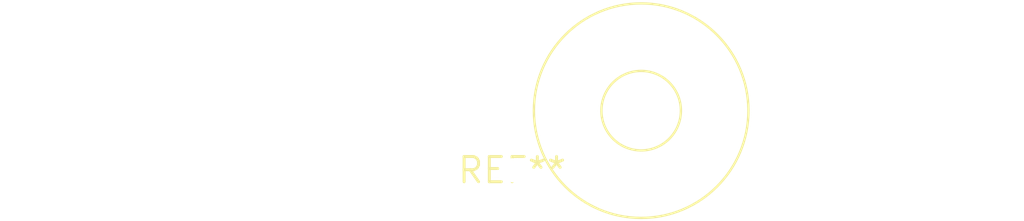
<source format=kicad_pcb>
(kicad_pcb (version 20240108) (generator pcbnew)
  (layers (0 "F.Cu" signal) (31 "B.Cu" signal) (34 "B.Paste" user) (35 "F.Paste" user) (36 "B.SilkS" user "B.Silkscreen") (37 "F.SilkS" user "F.Silkscreen") (38 "B.Mask" user) (39 "F.Mask" user) (44 "Edge.Cuts" user))
  (net 0 "")
  (footprint "Transformer_Toroid_Horizontal_D10.5mm_Amidon-T37" (layer "F.Cu") (at 0 0)
    (property "Reference" "REF**")
    (property "Value" "Transformer_Toroid_Horizontal_D10.5mm_Amidon-T37")
    (fp_circle (center 6.5 -3) (end 8.5 -2.9) (layer "F.SilkS") (stroke (width 0.12)) (fill none))
    (fp_circle (center 6.5 -3) (end 11.9 -2.8) (layer "F.SilkS") (stroke (width 0.12)) (fill none))
    (pad "1" thru_hole circle (at 0 0) (size 3 3) (drill 1.2) (layers *.Cu *.Mask) (remove_unused_layers))
    (pad "2" thru_hole circle (at 13 0) (size 3 3) (drill 1.2) (layers *.Cu *.Mask) (remove_unused_layers))
    (pad "3" thru_hole circle (at 0 -6) (size 3 3) (drill 1.2) (layers *.Cu *.Mask) (remove_unused_layers))
    (pad "4" thru_hole circle (at 13 -6) (size 3 3) (drill 1.2) (layers *.Cu *.Mask) (remove_unused_layers))
  )
)
</source>
